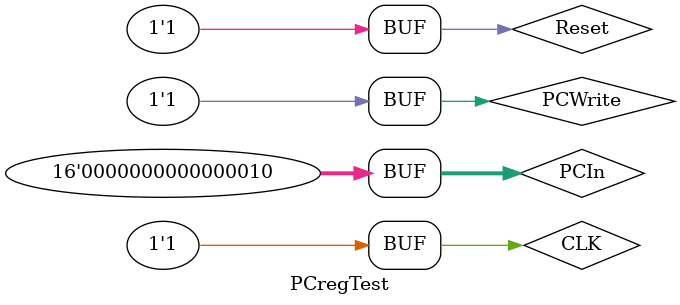
<source format=v>
`timescale 1ns / 1ps


module PCregTest;

	// Inputs
	reg CLK;
	reg PCWrite;
	reg [15:0] PCIn;
	reg Reset;

	// Outputs
	wire [15:0] PCout;

	// Instantiate the Unit Under Test (UUT)
	PCRegister uut (
		.CLK(CLK), 
		.PCWrite(PCWrite), 
		.PCIn(PCIn), 
		.Reset(Reset), 
		.PCout(PCout)
	);

	initial begin
		// Initialize Inputs
		CLK = 0;
		PCWrite = 0;
		PCIn = 0;
		Reset = 1;

		// Wait 100 ns for global reset to finish
		#100;
		
		CLK = 1;
		#100;
		CLK = 0;
		Reset = 0;
		PCIn = 2;
		
		#100
		CLK = 1;
		
		if(PCout == 0) begin
			$display("Pass not writing when PCwrite == 0");
		end else begin
			$display("Failed Not Writing");
		end
		
		#100
		CLK = 0;
		PCWrite = 1; 
		
		#100
		CLK = 1;
		
		if(PCout == 2) begin
			$display("Pass writing when PCwrite == 1");
		end else begin
			$display("Failed Writing");
		end
		
		#100
		CLK = 0;
		Reset = 1;
		#100
		CLK = 1;
		
		if(PCout == 0) begin
			$display("Pass Reset Test");
		end else begin
			$display("Failed Reset");
		end
        
		// Add stimulus here

	end
      
endmodule


</source>
